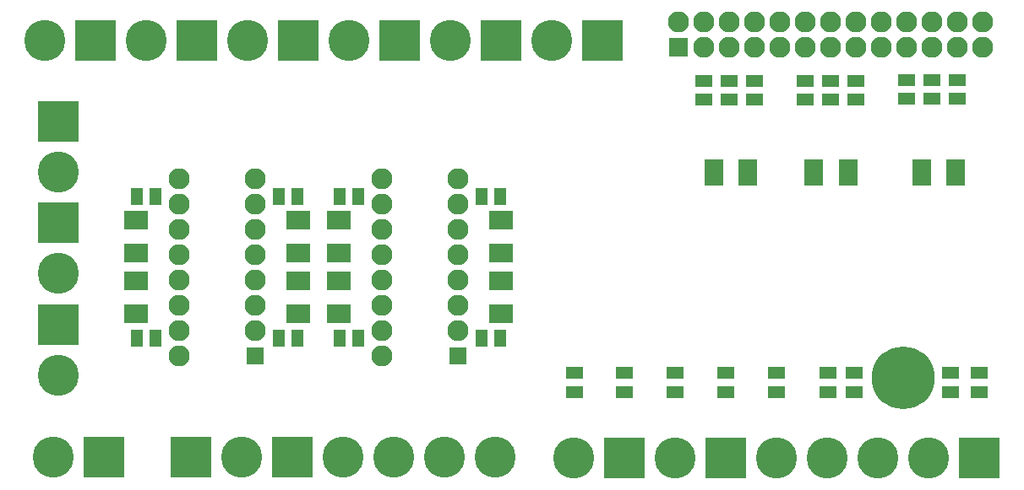
<source format=gts>
G04 (created by PCBNEW (2013-07-07 BZR 4022)-stable) date 6.3.2014 22:13:41*
%MOIN*%
G04 Gerber Fmt 3.4, Leading zero omitted, Abs format*
%FSLAX34Y34*%
G01*
G70*
G90*
G04 APERTURE LIST*
%ADD10C,0.011811*%
%ADD11R,0.072X0.072*%
%ADD12C,0.0828661*%
%ADD13R,0.067X0.067*%
%ADD14R,0.067X0.047*%
%ADD15R,0.047X0.067*%
%ADD16R,0.092X0.072*%
%ADD17R,0.162X0.162*%
%ADD18C,0.162*%
%ADD19C,0.24822*%
%ADD20R,0.0730236X0.0293228*%
G04 APERTURE END LIST*
G54D10*
G54D11*
X536Y-1507D03*
G54D12*
X536Y-507D03*
X1536Y-1507D03*
X1536Y-507D03*
X2536Y-1507D03*
X2536Y-507D03*
X3536Y-1507D03*
X3536Y-507D03*
X4536Y-1507D03*
X4536Y-507D03*
X5536Y-1507D03*
X5536Y-507D03*
X6536Y-1507D03*
X6536Y-507D03*
X7536Y-1507D03*
X7536Y-507D03*
X8536Y-1507D03*
X8536Y-507D03*
X9536Y-1507D03*
X9536Y-507D03*
X10536Y-1507D03*
X10536Y-507D03*
X11536Y-1507D03*
X11536Y-507D03*
X12536Y-1507D03*
X12536Y-507D03*
G54D13*
X-16163Y-13707D03*
G54D12*
X-16163Y-12707D03*
X-16163Y-11707D03*
X-16163Y-10707D03*
X-16163Y-9707D03*
X-16163Y-8707D03*
X-16163Y-7707D03*
X-16163Y-6707D03*
X-19163Y-6707D03*
X-19163Y-7707D03*
X-19163Y-8707D03*
X-19163Y-9707D03*
X-19163Y-10707D03*
X-19163Y-11707D03*
X-19163Y-12707D03*
X-19163Y-13707D03*
G54D13*
X-8163Y-13707D03*
G54D12*
X-8163Y-12707D03*
X-8163Y-11707D03*
X-8163Y-10707D03*
X-8163Y-9707D03*
X-8163Y-8707D03*
X-8163Y-7707D03*
X-8163Y-6707D03*
X-11163Y-6707D03*
X-11163Y-7707D03*
X-11163Y-8707D03*
X-11163Y-9707D03*
X-11163Y-10707D03*
X-11163Y-11707D03*
X-11163Y-12707D03*
X-11163Y-13707D03*
G54D14*
X1544Y-2832D03*
X1544Y-3582D03*
X10528Y-2792D03*
X10528Y-3542D03*
G54D15*
X-12838Y-7407D03*
X-12088Y-7407D03*
G54D14*
X7536Y-2832D03*
X7536Y-3582D03*
G54D15*
X-6488Y-13007D03*
X-7238Y-13007D03*
G54D14*
X6536Y-2832D03*
X6536Y-3582D03*
X11528Y-2792D03*
X11528Y-3542D03*
X5536Y-2832D03*
X5536Y-3582D03*
G54D15*
X-12838Y-13007D03*
X-12088Y-13007D03*
X-6488Y-7407D03*
X-7238Y-7407D03*
X-20838Y-7407D03*
X-20088Y-7407D03*
X-20838Y-13007D03*
X-20088Y-13007D03*
G54D14*
X3544Y-2832D03*
X3544Y-3582D03*
G54D15*
X-14488Y-13007D03*
X-15238Y-13007D03*
X-14488Y-7407D03*
X-15238Y-7407D03*
G54D14*
X2544Y-2832D03*
X2544Y-3582D03*
X9528Y-2792D03*
X9528Y-3542D03*
X2401Y-14388D03*
X2401Y-15138D03*
X4409Y-14388D03*
X4409Y-15138D03*
X12401Y-14388D03*
X12401Y-15138D03*
X11259Y-14388D03*
X11259Y-15138D03*
X6417Y-14388D03*
X6417Y-15138D03*
X7480Y-14388D03*
X7480Y-15138D03*
X-3582Y-14388D03*
X-3582Y-15138D03*
X-1614Y-14388D03*
X-1614Y-15138D03*
X393Y-14388D03*
X393Y-15138D03*
G54D16*
X-20863Y-9657D03*
X-20863Y-8357D03*
X-20863Y-10757D03*
X-20863Y-12057D03*
X-6463Y-10757D03*
X-6463Y-12057D03*
X-14463Y-10757D03*
X-14463Y-12057D03*
X-14463Y-9657D03*
X-14463Y-8357D03*
X-6463Y-9657D03*
X-6463Y-8357D03*
X-12863Y-10757D03*
X-12863Y-12057D03*
X-12863Y-9657D03*
X-12863Y-8357D03*
G54D17*
X-22149Y-17716D03*
G54D18*
X-24149Y-17716D03*
G54D17*
X-18463Y-1237D03*
G54D18*
X-20463Y-1237D03*
G54D17*
X-6463Y-1237D03*
G54D18*
X-8463Y-1237D03*
G54D17*
X-10463Y-1237D03*
G54D18*
X-12463Y-1237D03*
G54D17*
X-22463Y-1237D03*
G54D18*
X-24463Y-1237D03*
X-12708Y-17716D03*
X-10708Y-17716D03*
G54D17*
X-14708Y-17716D03*
G54D18*
X-8708Y-17716D03*
X-6708Y-17716D03*
G54D17*
X-18716Y-17716D03*
G54D18*
X-16716Y-17716D03*
G54D17*
X-23937Y-12464D03*
G54D18*
X-23937Y-14464D03*
G54D17*
X-23937Y-8448D03*
G54D18*
X-23937Y-10448D03*
G54D17*
X-23937Y-4433D03*
G54D18*
X-23937Y-6433D03*
X10408Y-17736D03*
X8408Y-17736D03*
G54D17*
X12408Y-17736D03*
G54D18*
X6408Y-17736D03*
X4408Y-17736D03*
G54D17*
X2408Y-17736D03*
G54D18*
X408Y-17736D03*
G54D17*
X-1591Y-17736D03*
G54D18*
X-3591Y-17736D03*
G54D17*
X-2463Y-1237D03*
G54D18*
X-4463Y-1237D03*
G54D17*
X-14463Y-1237D03*
G54D18*
X-16463Y-1237D03*
G54D19*
X9409Y-14566D03*
G54D20*
X10141Y-6066D03*
X10141Y-6322D03*
X10141Y-6578D03*
X10141Y-6834D03*
X11480Y-6834D03*
X11480Y-6578D03*
X11480Y-6322D03*
X11480Y-6066D03*
X5881Y-6082D03*
X5881Y-6338D03*
X5881Y-6594D03*
X5881Y-6850D03*
X7220Y-6850D03*
X7220Y-6594D03*
X7220Y-6338D03*
X7220Y-6082D03*
X1937Y-6082D03*
X1937Y-6338D03*
X1937Y-6594D03*
X1937Y-6850D03*
X3275Y-6850D03*
X3275Y-6594D03*
X3275Y-6338D03*
X3275Y-6082D03*
M02*

</source>
